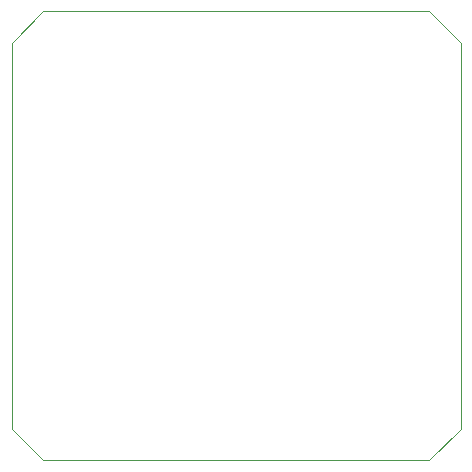
<source format=gm1>
%FSTAX23Y23*%
%MOIN*%
%SFA1B1*%

%IPPOS*%
%ADD101C,0.003940*%
%LNstepperpcb-1*%
%LPD*%
G54D101*
X00103Y01496D02*
X01392D01*
X01496Y01392*
Y00103D02*
Y01392D01*
X01392Y0D02*
X01496Y00103D01*
X00103Y0D02*
X01392D01*
X0Y00103D02*
X00103Y0D01*
X0Y01392D02*
X00103Y01496D01*
X0Y00103D02*
Y01392D01*
M02*
</source>
